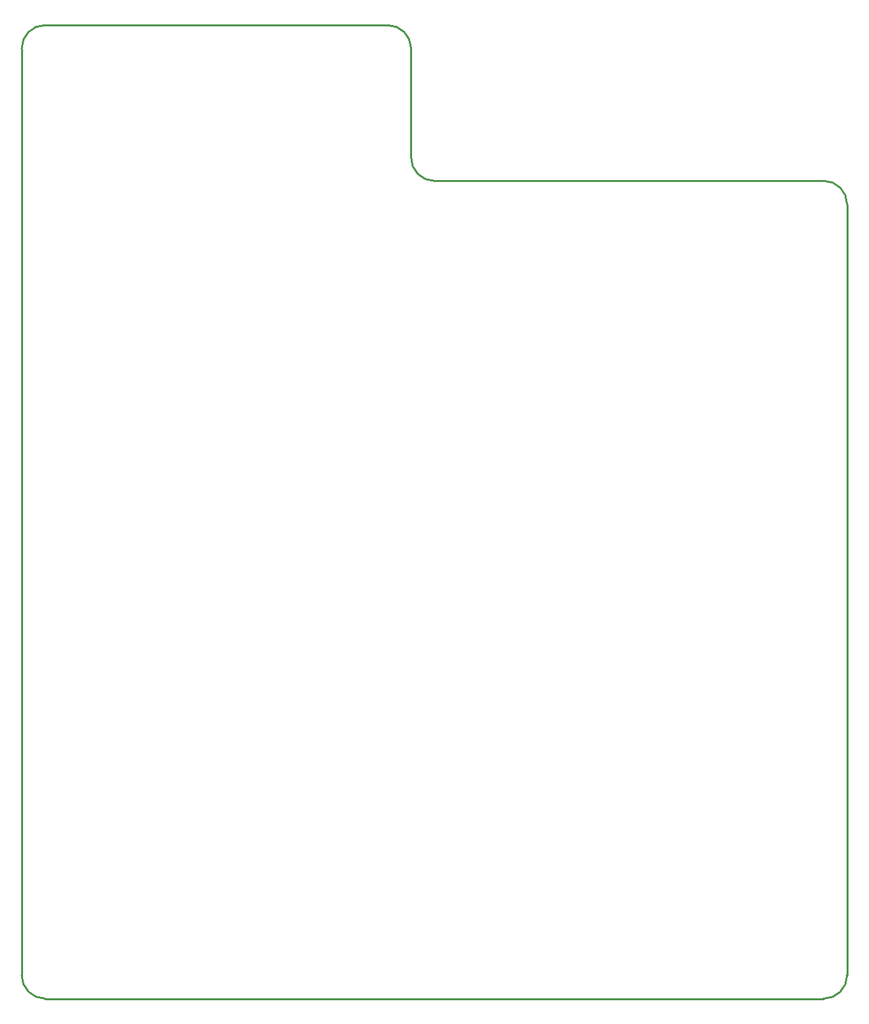
<source format=gko>
G04 Layer: BoardOutline*
G04 EasyEDA v6.1.33, Mon, 29 Apr 2019 14:12:14 GMT*
G04 9590ad248ff846a5af0387b98c7a360c,91cc4837159741479c5be70faa949f3f,10*
G04 Gerber Generator version 0.2*
G04 Scale: 100 percent, Rotated: No, Reflected: No *
G04 Dimensions in millimeters *
G04 leading zeros omitted , absolute positions ,3 integer and 3 decimal *
%FSLAX33Y33*%
%MOMM*%
G90*
G71D02*

%ADD10C,0.254000*%
G54D10*
G01X47000Y125000D02*
G01X2999Y125000D01*
G01X0Y122000D02*
G01X0Y2999D01*
G01X2999Y0D02*
G01X102999Y0D01*
G01X106000Y2999D02*
G01X105999Y102000D01*
G01X50000Y107999D02*
G01X50000Y122000D01*
G01X102999Y105000D02*
G01X53000Y105000D01*
G75*
G01X0Y122000D02*
G02X3000Y125000I3000J0D01*
G01*
G75*
G01X0Y3000D02*
G03X3000Y0I3000J0D01*
G01*
G75*
G01X103000Y0D02*
G03X106000Y3000I0J3000D01*
G01*
G75*
G01X50000Y121999D02*
G03X47000Y125000I-3000J1D01*
G01*
G75*
G01X106000Y102000D02*
G03X103000Y105000I-3000J0D01*
G01*
G75*
G01X50000Y108048D02*
G03X53000Y105000I3000J-48D01*
G01*

%LPD*%
M00*
M02*

</source>
